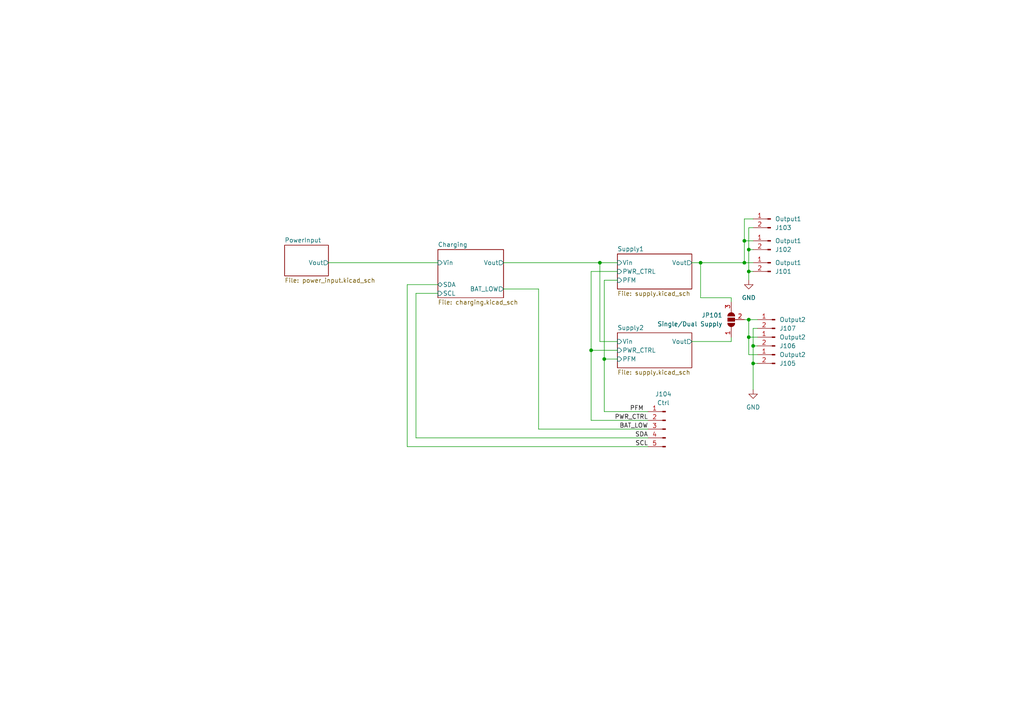
<source format=kicad_sch>
(kicad_sch (version 20250114) (generator "eeschema") (generator_version "9.0")
  (paper "A4")
  (lib_symbols
    (symbol "Connector:Conn_01x02_Pin" (pin_names (offset 1.016) (hide yes))
      (property "Reference" "J" (at 0 2.54 0))
      (property "Value" "Conn_01x02_Pin" (at 0 -5.08 0))
      (symbol "Conn_01x02_Pin_1_1"
        (rectangle (start 0.8636 0.127) (end 0 -0.127) (stroke (width 0.1524)) (fill (type outline)))
        (rectangle (start 0.8636 -2.413) (end 0 -2.667) (stroke (width 0.1524)) (fill (type outline)))
        (polyline (pts (xy 1.27 0) (xy 0.8636 0)) (stroke (width 0.1524)))
        (polyline (pts (xy 1.27 -2.54) (xy 0.8636 -2.54)) (stroke (width 0.1524)))
        (pin passive line (at 5.08 0 180) (length 3.81) (name "Pin_1") (number "1"))
        (pin passive line (at 5.08 -2.54 180) (length 3.81) (name "Pin_2") (number "2"))
      )
    )
    (symbol "Connector:Conn_01x05_Pin" (pin_names (offset 1.016) (hide yes))
      (property "Reference" "J" (at 0 7.62 0))
      (property "Value" "Conn_01x05_Pin" (at 0 -7.62 0))
      (symbol "Conn_01x05_Pin_1_1"
        (rectangle (start 0.8636 5.207) (end 0 4.953) (stroke (width 0.1524)) (fill (type outline)))
        (rectangle (start 0.8636 2.667) (end 0 2.413) (stroke (width 0.1524)) (fill (type outline)))
        (rectangle (start 0.8636 0.127) (end 0 -0.127) (stroke (width 0.1524)) (fill (type outline)))
        (rectangle (start 0.8636 -2.413) (end 0 -2.667) (stroke (width 0.1524)) (fill (type outline)))
        (rectangle (start 0.8636 -4.953) (end 0 -5.207) (stroke (width 0.1524)) (fill (type outline)))
        (polyline (pts (xy 1.27 5.08) (xy 0.8636 5.08)) (stroke (width 0.1524)))
        (polyline (pts (xy 1.27 2.54) (xy 0.8636 2.54)) (stroke (width 0.1524)))
        (polyline (pts (xy 1.27 0) (xy 0.8636 0)) (stroke (width 0.1524)))
        (polyline (pts (xy 1.27 -2.54) (xy 0.8636 -2.54)) (stroke (width 0.1524)))
        (polyline (pts (xy 1.27 -5.08) (xy 0.8636 -5.08)) (stroke (width 0.1524)))
        (pin passive line (at 5.08 5.08 180) (length 3.81) (name "Pin_1") (number "1"))
        (pin passive line (at 5.08 2.54 180) (length 3.81) (name "Pin_2") (number "2"))
        (pin passive line (at 5.08 0 180) (length 3.81) (name "Pin_3") (number "3"))
        (pin passive line (at 5.08 -2.54 180) (length 3.81) (name "Pin_4") (number "4"))
        (pin passive line (at 5.08 -5.08 180) (length 3.81) (name "Pin_5") (number "5"))
      )
    )
    (symbol "Jumper:SolderJumper_3_Open" (pin_names (offset 0) (hide yes)) (in_bom no)
      (property "Reference" "JP" (at -2.54 -2.54 0))
      (property "Value" "SolderJumper_3_Open" (at 0 2.794 0))
      (symbol "SolderJumper_3_Open_0_1"
        (polyline (pts (xy -2.54 0) (xy -2.032 0)))
        (polyline (pts (xy -1.016 1.016) (xy -1.016 -1.016)))
        (arc (start -1.016 -1.016) (mid -2.0276 0) (end -1.016 1.016))
        (arc (start -1.016 -1.016) (mid -2.0276 0) (end -1.016 1.016) (fill (type outline)))
        (rectangle (start -0.508 1.016) (end 0.508 -1.016) (fill (type outline)))
        (polyline (pts (xy 0 -1.27) (xy 0 -1.016)))
        (arc (start 1.016 1.016) (mid 2.0276 0) (end 1.016 -1.016))
        (arc (start 1.016 1.016) (mid 2.0276 0) (end 1.016 -1.016) (fill (type outline)))
        (polyline (pts (xy 1.016 1.016) (xy 1.016 -1.016)))
        (polyline (pts (xy 2.54 0) (xy 2.032 0)))
      )
      (symbol "SolderJumper_3_Open_1_1"
        (pin passive line (at -5.08 0 0) (length 2.54) (name "A") (number "1"))
        (pin passive line (at 0 -3.81 90) (length 2.54) (name "C") (number "2"))
        (pin passive line (at 5.08 0 180) (length 2.54) (name "B") (number "3"))
      )
    )
    (symbol "power:GND" (power) (pin_numbers (hide yes)) (pin_names (offset 0) (hide yes))
      (property "Value" "GND" (at 0 -3.81 0))
      (symbol "GND_0_1"
        (polyline (pts (xy 0 0) (xy 0 -1.27) (xy 1.27 -1.27) (xy 0 -2.54) (xy -1.27 -1.27) (xy 0 -1.27)))
      )
      (symbol "GND_1_1"
        (pin power_in line (at 0 0 270) (length 0) (name "~") (number "1"))
      )
    )
  )
  (junction (at 175.26 104.14))
  (junction (at 218.44 105.41))
  (junction (at 217.17 78.74))
  (junction (at 217.17 72.39))
  (junction (at 215.9 69.85))
  (junction (at 217.17 97.79))
  (junction (at 171.45 101.6))
  (junction (at 203.2 76.2))
  (junction (at 215.9 76.2))
  (junction (at 173.99 76.2))
  (junction (at 217.17 92.71))
  (junction (at 218.44 100.33))
  (wire (pts (xy 179.07 101.6) (xy 171.45 101.6)))
  (wire (pts (xy 127 85.09) (xy 120.65 85.09)))
  (wire (pts (xy 212.09 86.36) (xy 212.09 87.63)))
  (wire (pts (xy 171.45 101.6) (xy 171.45 121.92)))
  (wire (pts (xy 215.9 92.71) (xy 217.17 92.71)))
  (wire (pts (xy 215.9 63.5) (xy 215.9 69.85)))
  (wire (pts (xy 173.99 76.2) (xy 179.07 76.2)))
  (wire (pts (xy 212.09 97.79) (xy 212.09 99.06)))
  (wire (pts (xy 95.25 76.2) (xy 127 76.2)))
  (wire (pts (xy 118.11 82.55) (xy 118.11 129.54)))
  (wire (pts (xy 200.66 99.06) (xy 212.09 99.06)))
  (wire (pts (xy 118.11 129.54) (xy 187.96 129.54)))
  (wire (pts (xy 175.26 104.14) (xy 175.26 119.38)))
  (wire (pts (xy 218.44 100.33) (xy 218.44 105.41)))
  (wire (pts (xy 219.71 92.71) (xy 217.17 92.71)))
  (wire (pts (xy 218.44 66.04) (xy 217.17 66.04)))
  (wire (pts (xy 156.21 124.46) (xy 187.96 124.46)))
  (wire (pts (xy 215.9 69.85) (xy 215.9 76.2)))
  (wire (pts (xy 217.17 66.04) (xy 217.17 72.39)))
  (wire (pts (xy 215.9 76.2) (xy 218.44 76.2)))
  (wire (pts (xy 218.44 105.41) (xy 218.44 113.03)))
  (wire (pts (xy 179.07 99.06) (xy 173.99 99.06)))
  (wire (pts (xy 171.45 78.74) (xy 179.07 78.74)))
  (wire (pts (xy 215.9 69.85) (xy 218.44 69.85)))
  (wire (pts (xy 120.65 85.09) (xy 120.65 127)))
  (wire (pts (xy 175.26 81.28) (xy 175.26 104.14)))
  (wire (pts (xy 218.44 72.39) (xy 217.17 72.39)))
  (wire (pts (xy 127 82.55) (xy 118.11 82.55)))
  (wire (pts (xy 217.17 72.39) (xy 217.17 78.74)))
  (wire (pts (xy 218.44 95.25) (xy 218.44 100.33)))
  (wire (pts (xy 146.05 76.2) (xy 173.99 76.2)))
  (wire (pts (xy 173.99 99.06) (xy 173.99 76.2)))
  (wire (pts (xy 219.71 100.33) (xy 218.44 100.33)))
  (wire (pts (xy 219.71 95.25) (xy 218.44 95.25)))
  (wire (pts (xy 218.44 105.41) (xy 219.71 105.41)))
  (wire (pts (xy 203.2 76.2) (xy 215.9 76.2)))
  (wire (pts (xy 217.17 97.79) (xy 217.17 102.87)))
  (wire (pts (xy 217.17 92.71) (xy 217.17 97.79)))
  (wire (pts (xy 217.17 97.79) (xy 219.71 97.79)))
  (wire (pts (xy 120.65 127) (xy 187.96 127)))
  (wire (pts (xy 203.2 86.36) (xy 203.2 76.2)))
  (wire (pts (xy 217.17 102.87) (xy 219.71 102.87)))
  (wire (pts (xy 212.09 86.36) (xy 203.2 86.36)))
  (wire (pts (xy 171.45 121.92) (xy 187.96 121.92)))
  (wire (pts (xy 200.66 76.2) (xy 203.2 76.2)))
  (wire (pts (xy 146.05 83.82) (xy 156.21 83.82)))
  (wire (pts (xy 175.26 119.38) (xy 187.96 119.38)))
  (wire (pts (xy 217.17 78.74) (xy 217.17 81.28)))
  (wire (pts (xy 179.07 81.28) (xy 175.26 81.28)))
  (wire (pts (xy 171.45 101.6) (xy 171.45 78.74)))
  (wire (pts (xy 217.17 78.74) (xy 218.44 78.74)))
  (wire (pts (xy 218.44 63.5) (xy 215.9 63.5)))
  (wire (pts (xy 175.26 104.14) (xy 179.07 104.14)))
  (wire (pts (xy 156.21 83.82) (xy 156.21 124.46)))
  (label "SCL" (at 187.96 129.54 180))
  (label "SDA" (at 187.96 127 180))
  (label "PWR_CTRL" (at 187.96 121.92 180))
  (label "PFM" (at 186.69 119.38 180))
  (label "BAT_LOW" (at 187.96 124.46 180))
  (symbol (lib_id "Connector:Conn_01x05_Pin") (at 193.04 124.46 0) (mirror y) (unit 1)
    (property "Reference" "J104" (at 192.405 114.3 0))
    (property "Value" "Ctrl" (at 192.405 116.84 0))
    (property "Footprint" "Connector_PinHeader_2.54mm:PinHeader_1x05_P2.54mm_Vertical" (effects (hide yes)))
    (property "Description" "Generic connector, single row, 01x05, script generated" (effects (hide yes)))
  )
  (symbol (lib_id "Connector:Conn_01x02_Pin") (at 223.52 69.85 0) (mirror y) (unit 1) (in_bom no)
    (property "Reference" "J102" (at 224.79 72.3901 0) (effects (justify right)))
    (property "Value" "Output1" (at 224.79 69.8501 0) (effects (justify right)))
    (property "Footprint" "Connector_PinHeader_2.54mm:PinHeader_1x02_P2.54mm_Vertical" (effects (hide yes)))
    (property "Description" "Generic connector, single row, 01x02, script generated" (effects (hide yes)))
  )
  (symbol (lib_id "power:GND") (at 218.44 113.03 0) (mirror y) (unit 1)
    (property "Reference" "#PWR0101" (effects (hide yes)))
    (property "Value" "GND" (at 218.44 118.11 0))
    (property "Description" "Power symbol creates a global label with name \"GND\" , ground" (effects (hide yes)))
  )
  (symbol (lib_id "Connector:Conn_01x02_Pin") (at 224.79 97.79 0) (mirror y) (unit 1) (in_bom no)
    (property "Reference" "J106" (at 226.06 100.3301 0) (effects (justify right)))
    (property "Value" "Output2" (at 226.06 97.7901 0) (effects (justify right)))
    (property "Footprint" "Connector_PinHeader_2.54mm:PinHeader_1x02_P2.54mm_Vertical" (effects (hide yes)))
    (property "Description" "Generic connector, single row, 01x02, script generated" (effects (hide yes)))
  )
  (symbol (lib_id "Jumper:SolderJumper_3_Open") (at 212.09 92.71 90) (unit 1) (in_bom no)
    (property "Reference" "JP101" (at 209.55 91.4399 90) (effects (justify left)))
    (property "Value" "Single/Dual Supply" (at 209.55 93.9799 90) (effects (justify left)))
    (property "Footprint" "Jumper:SolderJumper-3_P1.3mm_Open_RoundedPad1.0x1.5mm" (effects (hide yes)))
    (property "Description" "Solder Jumper, 3-pole, open" (effects (hide yes)))
  )
  (symbol (lib_id "Connector:Conn_01x02_Pin") (at 224.79 92.71 0) (mirror y) (unit 1) (in_bom no)
    (property "Reference" "J107" (at 226.06 95.2501 0) (effects (justify right)))
    (property "Value" "Output2" (at 226.06 92.7101 0) (effects (justify right)))
    (property "Footprint" "Connector_PinHeader_2.54mm:PinHeader_1x02_P2.54mm_Vertical" (effects (hide yes)))
    (property "Description" "Generic connector, single row, 01x02, script generated" (effects (hide yes)))
  )
  (symbol (lib_id "Connector:Conn_01x02_Pin") (at 223.52 63.5 0) (mirror y) (unit 1) (in_bom no)
    (property "Reference" "J103" (at 224.79 66.0401 0) (effects (justify right)))
    (property "Value" "Output1" (at 224.79 63.5001 0) (effects (justify right)))
    (property "Footprint" "Connector_PinHeader_2.54mm:PinHeader_1x02_P2.54mm_Vertical" (effects (hide yes)))
    (property "Description" "Generic connector, single row, 01x02, script generated" (effects (hide yes)))
  )
  (symbol (lib_id "power:GND") (at 217.17 81.28 0) (mirror y) (unit 1)
    (property "Reference" "#PWR0102" (effects (hide yes)))
    (property "Value" "GND" (at 217.17 86.36 0))
    (property "Description" "Power symbol creates a global label with name \"GND\" , ground" (effects (hide yes)))
  )
  (symbol (lib_id "Connector:Conn_01x02_Pin") (at 224.79 102.87 0) (mirror y) (unit 1) (in_bom no)
    (property "Reference" "J105" (at 226.06 105.4101 0) (effects (justify right)))
    (property "Value" "Output2" (at 226.06 102.8701 0) (effects (justify right)))
    (property "Footprint" "Connector_PinHeader_2.54mm:PinHeader_1x02_P2.54mm_Vertical" (effects (hide yes)))
    (property "Description" "Generic connector, single row, 01x02, script generated" (effects (hide yes)))
  )
  (symbol (lib_id "Connector:Conn_01x02_Pin") (at 223.52 76.2 0) (mirror y) (unit 1) (in_bom no)
    (property "Reference" "J101" (at 224.79 78.7401 0) (effects (justify right)))
    (property "Value" "Output1" (at 224.79 76.2001 0) (effects (justify right)))
    (property "Footprint" "Connector_PinHeader_2.54mm:PinHeader_1x02_P2.54mm_Vertical" (effects (hide yes)))
    (property "Description" "Generic connector, single row, 01x02, script generated" (effects (hide yes)))
  )
  (sheet (at 179.07 73.66) (size 21.59 10.16) (stroke (width 0.1524))
    (property "Sheetname" "Supply1" (at 179.07 72.9484 0) (effects (justify left bottom)))
    (property "Sheetfile" "supply.kicad_sch" (at 179.07 84.4046 0) (effects (justify left top)))
    (pin "PWR_CTRL" input (at 179.07 78.74 180))
    (pin "Vout" output (at 200.66 76.2 0))
    (pin "Vin" input (at 179.07 76.2 180))
    (pin "PFM" input (at 179.07 81.28 180))
  )
  (sheet (at 127 72.39) (size 19.05 13.97) (stroke (width 0.1524))
    (property "Sheetname" "Charging" (at 127 71.6784 0) (effects (justify left bottom)))
    (property "Sheetfile" "charging.kicad_sch" (at 127 86.9446 0) (effects (justify left top)))
    (pin "BAT_LOW" output (at 146.05 83.82 0))
    (pin "SCL" input (at 127 85.09 180))
    (pin "SDA" bidirectional (at 127 82.55 180))
    (pin "Vin" input (at 127 76.2 180))
    (pin "Vout" output (at 146.05 76.2 0))
  )
  (sheet (at 179.07 96.52) (size 21.59 10.16) (stroke (width 0.1524))
    (property "Sheetname" "Supply2" (at 179.07 95.8084 0) (effects (justify left bottom)))
    (property "Sheetfile" "supply.kicad_sch" (at 179.07 107.2646 0) (effects (justify left top)))
    (pin "PWR_CTRL" input (at 179.07 101.6 180))
    (pin "Vout" output (at 200.66 99.06 0))
    (pin "Vin" input (at 179.07 99.06 180))
    (pin "PFM" input (at 179.07 104.14 180))
  )
  (sheet (at 82.55 71.12) (size 12.7 8.89) (stroke (width 0.1524))
    (property "Sheetname" "PowerInput" (at 82.55 70.4084 0) (effects (justify left bottom)))
    (property "Sheetfile" "power_input.kicad_sch" (at 82.55 80.5946 0) (effects (justify left top)))
    (pin "Vout" output (at 95.25 76.2 0))
  )
)
</source>
